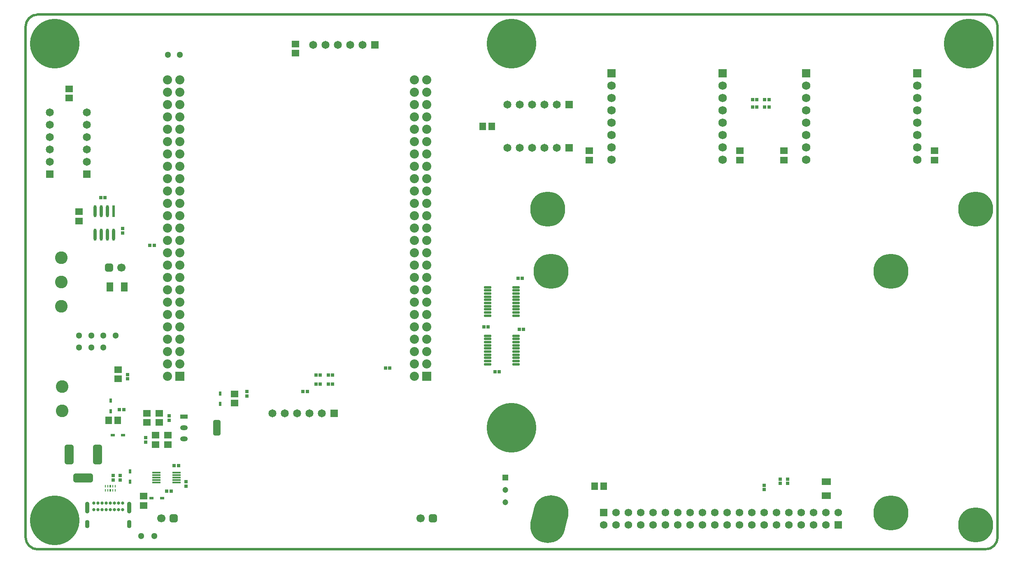
<source format=gts>
G04*
G04 #@! TF.GenerationSoftware,Altium Limited,Altium Designer,25.5.2 (35)*
G04*
G04 Layer_Color=8388736*
%FSLAX43Y43*%
%MOMM*%
G71*
G04*
G04 #@! TF.SameCoordinates,63F32C08-AF9D-475E-98F0-C5E4A992C089*
G04*
G04*
G04 #@! TF.FilePolarity,Negative*
G04*
G01*
G75*
%ADD18C,0.500*%
G04:AMPARAMS|DCode=20|XSize=2.469mm|YSize=0.622mm|CornerRadius=0.311mm|HoleSize=0mm|Usage=FLASHONLY|Rotation=270.000|XOffset=0mm|YOffset=0mm|HoleType=Round|Shape=RoundedRectangle|*
%AMROUNDEDRECTD20*
21,1,2.469,0.000,0,0,270.0*
21,1,1.847,0.622,0,0,270.0*
1,1,0.622,0.000,-0.924*
1,1,0.622,0.000,0.924*
1,1,0.622,0.000,0.924*
1,1,0.622,0.000,-0.924*
%
%ADD20ROUNDEDRECTD20*%
%ADD22R,0.540X0.860*%
%ADD28R,0.860X0.540*%
%ADD32R,1.604X0.952*%
%ADD33R,0.622X2.469*%
G04:AMPARAMS|DCode=34|XSize=0.565mm|YSize=0.2mm|CornerRadius=0.05mm|HoleSize=0mm|Usage=FLASHONLY|Rotation=90.000|XOffset=0mm|YOffset=0mm|HoleType=Round|Shape=RoundedRectangle|*
%AMROUNDEDRECTD34*
21,1,0.565,0.100,0,0,90.0*
21,1,0.465,0.200,0,0,90.0*
1,1,0.100,0.050,0.233*
1,1,0.100,0.050,-0.233*
1,1,0.100,-0.050,-0.233*
1,1,0.100,-0.050,0.233*
%
%ADD34ROUNDEDRECTD34*%
G04:AMPARAMS|DCode=35|XSize=1.604mm|YSize=0.952mm|CornerRadius=0.476mm|HoleSize=0mm|Usage=FLASHONLY|Rotation=0.000|XOffset=0mm|YOffset=0mm|HoleType=Round|Shape=RoundedRectangle|*
%AMROUNDEDRECTD35*
21,1,1.604,0.000,0,0,0.0*
21,1,0.652,0.952,0,0,0.0*
1,1,0.952,0.326,0.000*
1,1,0.952,-0.326,0.000*
1,1,0.952,-0.326,0.000*
1,1,0.952,0.326,0.000*
%
%ADD35ROUNDEDRECTD35*%
G04:AMPARAMS|DCode=36|XSize=1.604mm|YSize=3.262mm|CornerRadius=0.473mm|HoleSize=0mm|Usage=FLASHONLY|Rotation=0.000|XOffset=0mm|YOffset=0mm|HoleType=Round|Shape=RoundedRectangle|*
%AMROUNDEDRECTD36*
21,1,1.604,2.316,0,0,0.0*
21,1,0.658,3.262,0,0,0.0*
1,1,0.947,0.329,-1.158*
1,1,0.947,-0.329,-1.158*
1,1,0.947,-0.329,1.158*
1,1,0.947,0.329,1.158*
%
%ADD36ROUNDEDRECTD36*%
%ADD37R,1.400X1.900*%
%ADD38R,0.800X0.800*%
%ADD39R,1.600X1.400*%
%ADD40R,0.800X0.800*%
G04:AMPARAMS|DCode=41|XSize=0.55mm|YSize=1.5mm|CornerRadius=0.1mm|HoleSize=0mm|Usage=FLASHONLY|Rotation=90.000|XOffset=0mm|YOffset=0mm|HoleType=Round|Shape=RoundedRectangle|*
%AMROUNDEDRECTD41*
21,1,0.550,1.301,0,0,90.0*
21,1,0.351,1.500,0,0,90.0*
1,1,0.199,0.651,0.176*
1,1,0.199,0.651,-0.176*
1,1,0.199,-0.651,-0.176*
1,1,0.199,-0.651,0.176*
%
%ADD41ROUNDEDRECTD41*%
%ADD42R,1.400X1.600*%
%ADD43R,1.900X1.400*%
G04:AMPARAMS|DCode=44|XSize=0.565mm|YSize=0.4mm|CornerRadius=0.05mm|HoleSize=0mm|Usage=FLASHONLY|Rotation=90.000|XOffset=0mm|YOffset=0mm|HoleType=Round|Shape=RoundedRectangle|*
%AMROUNDEDRECTD44*
21,1,0.565,0.300,0,0,90.0*
21,1,0.465,0.400,0,0,90.0*
1,1,0.100,0.150,0.233*
1,1,0.100,0.150,-0.233*
1,1,0.100,-0.150,-0.233*
1,1,0.100,-0.150,0.233*
%
%ADD44ROUNDEDRECTD44*%
%ADD45O,1.800X0.400*%
%ADD46C,2.600*%
G04:AMPARAMS|DCode=47|XSize=1.7mm|YSize=1.7mm|CornerRadius=0.45mm|HoleSize=0mm|Usage=FLASHONLY|Rotation=0.000|XOffset=0mm|YOffset=0mm|HoleType=Round|Shape=RoundedRectangle|*
%AMROUNDEDRECTD47*
21,1,1.700,0.800,0,0,0.0*
21,1,0.800,1.700,0,0,0.0*
1,1,0.900,0.400,-0.400*
1,1,0.900,-0.400,-0.400*
1,1,0.900,-0.400,0.400*
1,1,0.900,0.400,0.400*
%
%ADD47ROUNDEDRECTD47*%
%ADD48C,1.650*%
%ADD49R,1.650X1.650*%
%ADD50C,1.878*%
%ADD51C,1.751*%
%ADD52C,1.300*%
%ADD53R,1.751X1.751*%
%ADD54C,1.570*%
%ADD55R,1.570X1.570*%
G04:AMPARAMS|DCode=56|XSize=0.9mm|YSize=2.4mm|CornerRadius=0.45mm|HoleSize=0mm|Usage=FLASHONLY|Rotation=0.000|XOffset=0mm|YOffset=0mm|HoleType=Round|Shape=RoundedRectangle|*
%AMROUNDEDRECTD56*
21,1,0.900,1.500,0,0,0.0*
21,1,0.000,2.400,0,0,0.0*
1,1,0.900,0.000,-0.750*
1,1,0.900,0.000,-0.750*
1,1,0.900,0.000,0.750*
1,1,0.900,0.000,0.750*
%
%ADD56ROUNDEDRECTD56*%
%ADD57C,10.200*%
G04:AMPARAMS|DCode=58|XSize=0.9mm|YSize=1.7mm|CornerRadius=0.45mm|HoleSize=0mm|Usage=FLASHONLY|Rotation=0.000|XOffset=0mm|YOffset=0mm|HoleType=Round|Shape=RoundedRectangle|*
%AMROUNDEDRECTD58*
21,1,0.900,0.800,0,0,0.0*
21,1,0.000,1.700,0,0,0.0*
1,1,0.900,0.000,-0.400*
1,1,0.900,0.000,-0.400*
1,1,0.900,0.000,0.400*
1,1,0.900,0.000,0.400*
%
%ADD58ROUNDEDRECTD58*%
%ADD59C,0.650*%
G04:AMPARAMS|DCode=60|XSize=4.1mm|YSize=1.9mm|CornerRadius=0.5mm|HoleSize=0mm|Usage=FLASHONLY|Rotation=90.000|XOffset=0mm|YOffset=0mm|HoleType=Round|Shape=RoundedRectangle|*
%AMROUNDEDRECTD60*
21,1,4.100,0.900,0,0,90.0*
21,1,3.100,1.900,0,0,90.0*
1,1,1.000,0.450,1.550*
1,1,1.000,0.450,-1.550*
1,1,1.000,-0.450,-1.550*
1,1,1.000,-0.450,1.550*
%
%ADD60ROUNDEDRECTD60*%
%ADD61C,1.700*%
%ADD62R,1.878X1.878*%
%ADD63C,1.200*%
G04:AMPARAMS|DCode=64|XSize=9.901mm|YSize=7.2mm|CornerRadius=0mm|HoleSize=0mm|Usage=FLASHONLY|Rotation=75.800|XOffset=0mm|YOffset=0mm|HoleType=Round|Shape=Round|*
%AMOVALD64*
21,1,2.701,7.200,0.000,0.000,75.8*
1,1,7.200,-0.331,-1.309*
1,1,7.200,0.331,1.309*
%
%ADD64OVALD64*%

%ADD65C,7.200*%
%ADD66R,1.650X1.650*%
%ADD67R,1.200X1.200*%
G04:AMPARAMS|DCode=68|XSize=4.1mm|YSize=1.9mm|CornerRadius=0.5mm|HoleSize=0mm|Usage=FLASHONLY|Rotation=180.000|XOffset=0mm|YOffset=0mm|HoleType=Round|Shape=RoundedRectangle|*
%AMROUNDEDRECTD68*
21,1,4.100,0.900,0,0,180.0*
21,1,3.100,1.900,0,0,180.0*
1,1,1.000,-1.550,0.450*
1,1,1.000,1.550,0.450*
1,1,1.000,1.550,-0.450*
1,1,1.000,-1.550,-0.450*
%
%ADD68ROUNDEDRECTD68*%
D18*
X2500Y110000D02*
G03*
X-0Y107500I0J-2500D01*
G01*
X200000D02*
G03*
X197500Y110000I-2500J0D01*
G01*
X197500Y-0D02*
G03*
X200000Y2500I0J2500D01*
G01*
X0Y2500D02*
G03*
X2500Y0I2500J0D01*
G01*
X2500Y110000D02*
X197500Y110000D01*
X2500Y0D02*
X197500D01*
X-0Y107500D02*
X0Y2500D01*
X200000Y2500D02*
X200000Y107500D01*
D20*
X15535Y64752D02*
D03*
X16805D02*
D03*
X15535Y69580D02*
D03*
X16805D02*
D03*
X14265Y64752D02*
D03*
X18075D02*
D03*
X14265Y69580D02*
D03*
D22*
X40000Y32070D02*
D03*
X17500Y30570D02*
D03*
X21500Y13930D02*
D03*
Y16070D02*
D03*
X17500Y28430D02*
D03*
X40000Y29930D02*
D03*
D28*
X28070Y10500D02*
D03*
X17930Y23500D02*
D03*
X20070D02*
D03*
X25930Y10500D02*
D03*
D32*
X32605Y27290D02*
D03*
D33*
X18075Y69580D02*
D03*
D34*
X16905Y12148D02*
D03*
Y12983D02*
D03*
X16405D02*
D03*
Y12148D02*
D03*
X17905D02*
D03*
X18405D02*
D03*
Y12983D02*
D03*
X17905D02*
D03*
D35*
X32605Y22710D02*
D03*
Y25000D02*
D03*
D36*
X39395D02*
D03*
D37*
X17375Y53975D02*
D03*
X20275D02*
D03*
D38*
X25550Y62500D02*
D03*
X15440Y72310D02*
D03*
X74050Y37250D02*
D03*
X95177Y45790D02*
D03*
X96550Y36500D02*
D03*
X149550Y92500D02*
D03*
X101300Y55750D02*
D03*
X101550Y45250D02*
D03*
X149550Y91000D02*
D03*
X30550Y17250D02*
D03*
X20200Y28750D02*
D03*
X16340Y72310D02*
D03*
X94277Y45790D02*
D03*
X97450Y36500D02*
D03*
X102450Y45250D02*
D03*
X102200Y55750D02*
D03*
X152050Y91000D02*
D03*
X152950D02*
D03*
X150450D02*
D03*
X152050Y92500D02*
D03*
X152950D02*
D03*
X150450D02*
D03*
X62260Y35865D02*
D03*
X63160D02*
D03*
X63160Y33960D02*
D03*
X62260D02*
D03*
X60620Y35865D02*
D03*
X59720D02*
D03*
Y33960D02*
D03*
X60620D02*
D03*
X29050Y12000D02*
D03*
X29950D02*
D03*
X74950Y37250D02*
D03*
X26450Y62500D02*
D03*
X57050Y32500D02*
D03*
X57950D02*
D03*
X31450Y17250D02*
D03*
X19300Y28750D02*
D03*
D39*
X43000Y31950D02*
D03*
X11000Y69450D02*
D03*
X9000Y92800D02*
D03*
X55500Y103950D02*
D03*
X116000Y81950D02*
D03*
X156000D02*
D03*
X147000D02*
D03*
X187000D02*
D03*
X19000Y35050D02*
D03*
X24250Y9050D02*
D03*
X19000Y36950D02*
D03*
X11000Y67550D02*
D03*
X9000Y94700D02*
D03*
X26750Y21550D02*
D03*
X29250D02*
D03*
X25000Y28000D02*
D03*
X27500D02*
D03*
X43000Y30050D02*
D03*
X55500Y102050D02*
D03*
X116000Y80050D02*
D03*
X147000D02*
D03*
X187000D02*
D03*
X156000D02*
D03*
X24250Y10950D02*
D03*
X29250Y23450D02*
D03*
X26750D02*
D03*
X25000Y26100D02*
D03*
X27500Y26100D02*
D03*
D40*
X45500Y32450D02*
D03*
X155250Y14450D02*
D03*
X21000Y35050D02*
D03*
X152000Y13200D02*
D03*
X18000Y15200D02*
D03*
X19500D02*
D03*
X21000Y35950D02*
D03*
X20000Y65950D02*
D03*
X24750Y22050D02*
D03*
X29500Y27450D02*
D03*
X33000Y13000D02*
D03*
X45500Y31550D02*
D03*
X156750Y14450D02*
D03*
X152000Y12300D02*
D03*
X18000Y14300D02*
D03*
X19500D02*
D03*
X20000Y65050D02*
D03*
X155250Y13550D02*
D03*
X156750D02*
D03*
X33000Y13900D02*
D03*
X29500Y26550D02*
D03*
X24750Y22950D02*
D03*
D41*
X95050Y43275D02*
D03*
Y38075D02*
D03*
Y53275D02*
D03*
Y48075D02*
D03*
X100950Y53275D02*
D03*
Y43275D02*
D03*
X95050Y48725D02*
D03*
X100950Y38075D02*
D03*
Y48725D02*
D03*
Y48075D02*
D03*
X95050Y49375D02*
D03*
X100950D02*
D03*
Y50025D02*
D03*
X95050D02*
D03*
X100950Y43925D02*
D03*
Y52625D02*
D03*
Y41325D02*
D03*
Y51975D02*
D03*
Y38725D02*
D03*
Y40675D02*
D03*
Y42625D02*
D03*
Y40025D02*
D03*
Y51325D02*
D03*
Y41975D02*
D03*
Y50675D02*
D03*
Y53925D02*
D03*
Y39375D02*
D03*
X95050Y52625D02*
D03*
Y38725D02*
D03*
Y40675D02*
D03*
Y42625D02*
D03*
Y51975D02*
D03*
Y40025D02*
D03*
Y50675D02*
D03*
Y41975D02*
D03*
Y51325D02*
D03*
Y41325D02*
D03*
Y39375D02*
D03*
Y53925D02*
D03*
Y43925D02*
D03*
D42*
X95950Y87000D02*
D03*
X118950Y13000D02*
D03*
X18950Y26500D02*
D03*
X117050Y13000D02*
D03*
X94050Y87000D02*
D03*
X17050Y26500D02*
D03*
D43*
X164750Y13950D02*
D03*
X164750Y11050D02*
D03*
D44*
X17405Y12148D02*
D03*
Y12983D02*
D03*
D45*
X26950Y14750D02*
D03*
X31050Y13750D02*
D03*
Y14250D02*
D03*
Y14750D02*
D03*
Y15250D02*
D03*
Y15750D02*
D03*
X26950Y13750D02*
D03*
X26950Y14250D02*
D03*
Y15250D02*
D03*
Y15750D02*
D03*
D46*
X7381Y55006D02*
D03*
Y50006D02*
D03*
Y60006D02*
D03*
X7500Y28500D02*
D03*
Y33500D02*
D03*
D47*
X17185Y57975D02*
D03*
X30480Y6350D02*
D03*
X83820D02*
D03*
D48*
X109310Y82610D02*
D03*
X99150D02*
D03*
X104230D02*
D03*
X106770D02*
D03*
X101690D02*
D03*
X5000Y89850D02*
D03*
X12620D02*
D03*
X59130Y103750D02*
D03*
X99150Y91500D02*
D03*
X60960Y27940D02*
D03*
X5000Y87310D02*
D03*
X12620D02*
D03*
X58420Y27940D02*
D03*
X61670Y103750D02*
D03*
X101690Y91500D02*
D03*
X12620Y82230D02*
D03*
Y84770D02*
D03*
Y79690D02*
D03*
X106770Y91500D02*
D03*
X104230D02*
D03*
X109310D02*
D03*
X5000Y82230D02*
D03*
Y84770D02*
D03*
Y79690D02*
D03*
X66750Y103750D02*
D03*
X64210D02*
D03*
X69290D02*
D03*
X53340Y27940D02*
D03*
X55880D02*
D03*
X50800D02*
D03*
D49*
X111850Y82610D02*
D03*
X111850Y91500D02*
D03*
X71830Y103750D02*
D03*
X63500Y27940D02*
D03*
D50*
X80010Y81280D02*
D03*
X31750Y88900D02*
D03*
X29210Y91440D02*
D03*
X31750Y40640D02*
D03*
X29210D02*
D03*
X31750Y91440D02*
D03*
X80010Y78740D02*
D03*
X82550Y48260D02*
D03*
X29210Y38100D02*
D03*
X31750Y38100D02*
D03*
X82550Y81280D02*
D03*
X82550Y83820D02*
D03*
X31750Y63500D02*
D03*
Y53340D02*
D03*
X29210Y35560D02*
D03*
X29210Y96520D02*
D03*
X80010Y35560D02*
D03*
X82550Y40640D02*
D03*
X80010Y96520D02*
D03*
X31750Y96520D02*
D03*
X82550Y63500D02*
D03*
Y96520D02*
D03*
Y43180D02*
D03*
Y66040D02*
D03*
X29210Y58420D02*
D03*
X80010Y45720D02*
D03*
X82550Y78740D02*
D03*
X80010Y83820D02*
D03*
X31750Y50800D02*
D03*
X29210Y50800D02*
D03*
X82550Y60960D02*
D03*
X29210Y76200D02*
D03*
X82550Y58420D02*
D03*
X31750Y73660D02*
D03*
X29210Y68580D02*
D03*
X31750Y76200D02*
D03*
X31750Y71120D02*
D03*
X31750Y86360D02*
D03*
X29210Y66040D02*
D03*
X29210Y86360D02*
D03*
Y71120D02*
D03*
X31750Y68580D02*
D03*
X29210Y73660D02*
D03*
X31750Y58420D02*
D03*
Y81280D02*
D03*
X29210Y45720D02*
D03*
X31750Y83820D02*
D03*
X31750Y60960D02*
D03*
X29210Y81280D02*
D03*
X29210Y60960D02*
D03*
Y55880D02*
D03*
X31750Y55880D02*
D03*
X29210Y93980D02*
D03*
X31750Y93980D02*
D03*
X29210Y88900D02*
D03*
Y83820D02*
D03*
Y78740D02*
D03*
X31750Y78740D02*
D03*
Y66040D02*
D03*
X29210Y63500D02*
D03*
X29210Y53340D02*
D03*
X29210Y48260D02*
D03*
X31750Y48260D02*
D03*
Y45720D02*
D03*
X29210Y43180D02*
D03*
X31750D02*
D03*
X82550Y73660D02*
D03*
X80010Y68580D02*
D03*
X82550Y88900D02*
D03*
Y76200D02*
D03*
X82550Y71120D02*
D03*
X82550Y86360D02*
D03*
X80010Y66040D02*
D03*
X80010Y86360D02*
D03*
Y71120D02*
D03*
X82550Y68580D02*
D03*
X80010Y73660D02*
D03*
X80010Y60960D02*
D03*
X80010Y58420D02*
D03*
X80010Y55880D02*
D03*
X82550Y53340D02*
D03*
Y55880D02*
D03*
X80010Y93980D02*
D03*
X82550Y93980D02*
D03*
X80010Y91440D02*
D03*
X82550D02*
D03*
X80010Y88900D02*
D03*
Y76200D02*
D03*
X80010Y63500D02*
D03*
X80010Y53340D02*
D03*
X80010Y50800D02*
D03*
X82550Y50800D02*
D03*
X80010Y48260D02*
D03*
X82550Y45720D02*
D03*
X80010Y43180D02*
D03*
Y40640D02*
D03*
X80010Y38100D02*
D03*
X82550Y38100D02*
D03*
D51*
X183430Y87730D02*
D03*
X183430Y85190D02*
D03*
X160570Y82650D02*
D03*
X120570Y82650D02*
D03*
X143430Y80110D02*
D03*
X120570D02*
D03*
Y90270D02*
D03*
Y87730D02*
D03*
X143430Y82650D02*
D03*
X120570Y85190D02*
D03*
X143430Y90270D02*
D03*
Y92810D02*
D03*
X120570Y95350D02*
D03*
X143430Y87730D02*
D03*
X143430Y85190D02*
D03*
X143430Y95350D02*
D03*
X120570Y92810D02*
D03*
X183430Y82650D02*
D03*
X160570Y90270D02*
D03*
Y85190D02*
D03*
Y80110D02*
D03*
X183430D02*
D03*
X160570Y87730D02*
D03*
X183430Y92810D02*
D03*
Y90270D02*
D03*
X160570Y95350D02*
D03*
X183430D02*
D03*
X160570Y92810D02*
D03*
D52*
X18500Y44000D02*
D03*
X13500Y41500D02*
D03*
X16000Y44000D02*
D03*
X11000D02*
D03*
X13500D02*
D03*
X29250Y101750D02*
D03*
X26500Y2750D02*
D03*
X23750D02*
D03*
X16000Y41500D02*
D03*
X11000D02*
D03*
X31750Y101750D02*
D03*
D53*
X143430Y97890D02*
D03*
X120570D02*
D03*
X160570D02*
D03*
X183430D02*
D03*
D54*
X164661Y5009D02*
D03*
X118941D02*
D03*
X167201Y7539D02*
D03*
X121481D02*
D03*
X139261Y5009D02*
D03*
X136721D02*
D03*
X146881Y5009D02*
D03*
X159581Y5009D02*
D03*
X144341D02*
D03*
X134181Y5009D02*
D03*
X131641Y5009D02*
D03*
X129101D02*
D03*
X151961D02*
D03*
X141801D02*
D03*
X157041Y5009D02*
D03*
X149421Y5009D02*
D03*
X154501D02*
D03*
X121481Y5009D02*
D03*
X126561Y5009D02*
D03*
X162121D02*
D03*
X124021D02*
D03*
X146881Y7539D02*
D03*
X149421D02*
D03*
X139261Y7539D02*
D03*
X126561Y7539D02*
D03*
X141801D02*
D03*
X151961Y7539D02*
D03*
X154501Y7539D02*
D03*
X157041D02*
D03*
X134181D02*
D03*
X144341D02*
D03*
X129101Y7539D02*
D03*
X136721Y7539D02*
D03*
X131641D02*
D03*
X164661Y7539D02*
D03*
X159581Y7539D02*
D03*
X124021D02*
D03*
X162121D02*
D03*
D55*
X118941D02*
D03*
X167201Y5009D02*
D03*
D56*
X12675Y8545D02*
D03*
X21325D02*
D03*
D57*
X6000Y6000D02*
D03*
Y104000D02*
D03*
X100000Y25000D02*
D03*
Y104000D02*
D03*
X194000D02*
D03*
D58*
X12675Y5165D02*
D03*
X21325D02*
D03*
D59*
X14025Y8175D02*
D03*
X14025Y9525D02*
D03*
X19975Y8175D02*
D03*
X19975Y9525D02*
D03*
X14875Y9525D02*
D03*
X15725Y9525D02*
D03*
X16575D02*
D03*
X17425D02*
D03*
X18275D02*
D03*
X19125Y9525D02*
D03*
Y8175D02*
D03*
X18275D02*
D03*
X17425D02*
D03*
X16575D02*
D03*
X15725D02*
D03*
X14875D02*
D03*
D60*
X9000Y19500D02*
D03*
X14800D02*
D03*
D61*
X27940Y6350D02*
D03*
X81280D02*
D03*
X19725Y57975D02*
D03*
D62*
X31750Y35560D02*
D03*
X82550Y35560D02*
D03*
D63*
X98740Y9670D02*
D03*
Y12210D02*
D03*
D64*
X107750Y6250D02*
D03*
D65*
X195441Y5009D02*
D03*
X178066Y7509D02*
D03*
X108066Y57184D02*
D03*
X107441Y70009D02*
D03*
X178066Y57209D02*
D03*
X195441Y70009D02*
D03*
D66*
X12620Y77150D02*
D03*
X5000D02*
D03*
D67*
X98740Y14750D02*
D03*
D68*
X11800Y14700D02*
D03*
M02*

</source>
